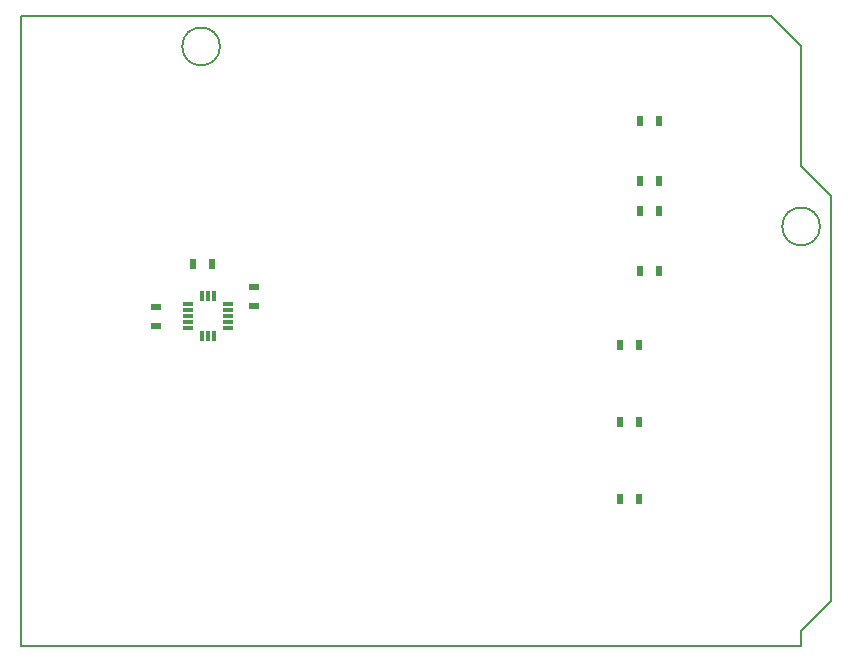
<source format=gtp>
G04*
G04 #@! TF.GenerationSoftware,Altium Limited,Altium Designer,19.0.15 (446)*
G04*
G04 Layer_Color=8421504*
%FSLAX44Y44*%
%MOMM*%
G71*
G01*
G75*
%ADD10C,0.1270*%
%ADD11R,0.6000X0.9000*%
%ADD12R,0.9000X0.6000*%
%ADD13R,0.3000X0.9500*%
%ADD14R,0.9500X0.3000*%
D10*
X676400Y355600D02*
G03*
X676400Y355600I-15999J0D01*
G01*
X168400Y508000D02*
G03*
X168400Y508000I-15999J0D01*
G01*
X660400Y0D02*
Y12700D01*
X685800Y38100D01*
Y381000D01*
X660400Y406400D02*
X685800Y381000D01*
X660400Y406400D02*
Y508000D01*
X635000Y533400D02*
X660400Y508000D01*
X0Y0D02*
Y533400D01*
Y0D02*
X660400D01*
X0Y533400D02*
X635000Y533400D01*
D11*
X523008Y190000D02*
D03*
X506992D02*
D03*
X523008Y125000D02*
D03*
X506992D02*
D03*
X523008Y255000D02*
D03*
X506992D02*
D03*
X539750Y444500D02*
D03*
X523734D02*
D03*
X539750Y393700D02*
D03*
X523734D02*
D03*
X539750Y317500D02*
D03*
X523734D02*
D03*
X539750Y368300D02*
D03*
X523734D02*
D03*
X145492Y323850D02*
D03*
X161508D02*
D03*
D12*
X114300Y271392D02*
D03*
Y287408D02*
D03*
X196850Y288392D02*
D03*
Y304408D02*
D03*
D13*
X153500Y296400D02*
D03*
X158500D02*
D03*
X163500D02*
D03*
Y262900D02*
D03*
X158500D02*
D03*
X153500D02*
D03*
D14*
X175250Y289650D02*
D03*
Y284650D02*
D03*
Y279650D02*
D03*
Y274650D02*
D03*
Y269650D02*
D03*
X141750D02*
D03*
Y274650D02*
D03*
Y279650D02*
D03*
Y284650D02*
D03*
Y289650D02*
D03*
M02*

</source>
